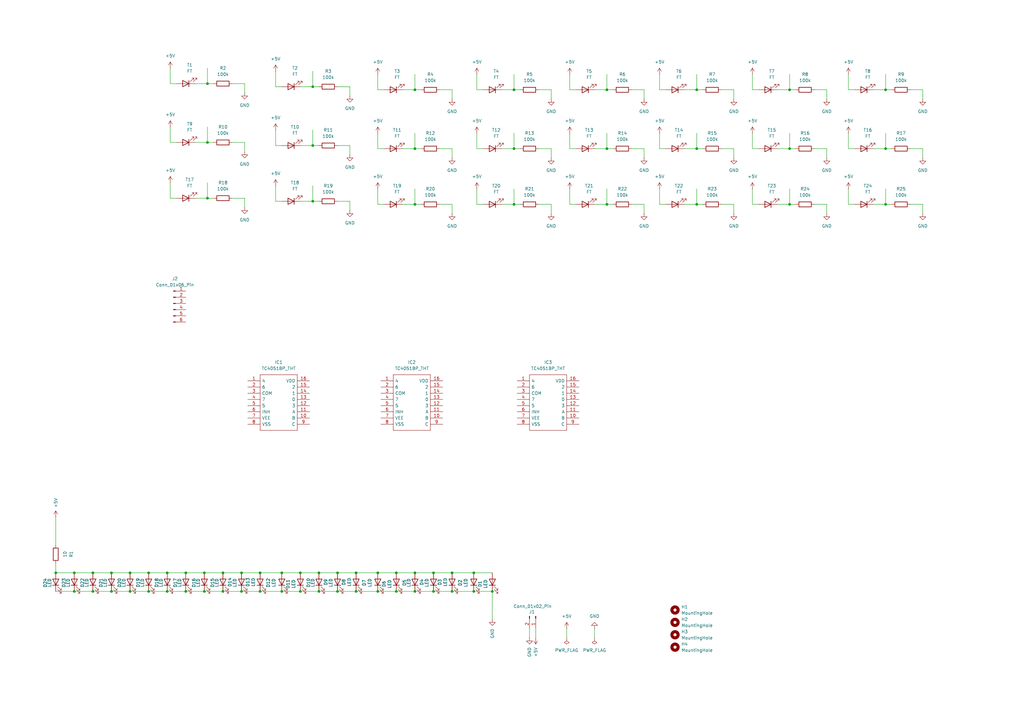
<source format=kicad_sch>
(kicad_sch (version 20231120) (generator "eeschema") (generator_version "8.0")
  (paper "A3")
  (title_block (title "LINESENSOR") (company "VEGA") (comment 2 "わからんとこ多い") (comment 3 "RCJJ") (comment 4 "RITSUMEIKAN"))
  (junction (at 99.06 234.95))
  (junction (at 68.58 234.95))
  (junction (at 30.48 242.57))
  (junction (at 248.92 60.96))
  (junction (at 185.42 234.95))
  (junction (at 210.82 36.83))
  (junction (at 170.18 242.57))
  (junction (at 194.31 242.57))
  (junction (at 162.56 234.95))
  (junction (at 210.82 83.82))
  (junction (at 91.44 234.95))
  (junction (at 38.1 242.57))
  (junction (at 154.94 234.95))
  (junction (at 106.68 234.95))
  (junction (at 85.09 58.42))
  (junction (at 22.86 234.95))
  (junction (at 123.19 242.57))
  (junction (at 194.31 234.95))
  (junction (at 123.19 234.95))
  (junction (at 30.48 234.95))
  (junction (at 201.93 242.57))
  (junction (at 83.82 234.95))
  (junction (at 76.2 242.57))
  (junction (at 146.05 234.95))
  (junction (at 115.57 242.57))
  (junction (at 323.85 36.83))
  (junction (at 154.94 242.57))
  (junction (at 248.92 83.82))
  (junction (at 45.72 234.95))
  (junction (at 99.06 242.57))
  (junction (at 85.09 81.28))
  (junction (at 106.68 242.57))
  (junction (at 170.18 83.82))
  (junction (at 60.96 242.57))
  (junction (at 363.22 83.82))
  (junction (at 85.09 34.29))
  (junction (at 76.2 234.95))
  (junction (at 177.8 242.57))
  (junction (at 162.56 242.57))
  (junction (at 170.18 36.83))
  (junction (at 285.75 60.96))
  (junction (at 91.44 242.57))
  (junction (at 170.18 60.96))
  (junction (at 60.96 234.95))
  (junction (at 323.85 83.82))
  (junction (at 185.42 242.57))
  (junction (at 45.72 242.57))
  (junction (at 210.82 60.96))
  (junction (at 128.27 59.69))
  (junction (at 38.1 234.95))
  (junction (at 363.22 60.96))
  (junction (at 53.34 234.95))
  (junction (at 248.92 36.83))
  (junction (at 146.05 242.57))
  (junction (at 138.43 242.57))
  (junction (at 285.75 83.82))
  (junction (at 363.22 36.83))
  (junction (at 128.27 82.55))
  (junction (at 68.58 242.57))
  (junction (at 53.34 242.57))
  (junction (at 177.8 234.95))
  (junction (at 285.75 36.83))
  (junction (at 115.57 234.95))
  (junction (at 138.43 234.95))
  (junction (at 130.81 234.95))
  (junction (at 323.85 60.96))
  (junction (at 83.82 242.57))
  (junction (at 170.18 234.95))
  (junction (at 128.27 35.56))
  (junction (at 130.81 242.57))
  (wire (pts (xy 347.98 83.82) (xy 350.52 83.82)))
  (wire (pts (xy 99.06 242.57) (xy 106.68 242.57)))
  (wire (pts (xy 128.27 35.56) (xy 130.81 35.56)))
  (wire (pts (xy 243.84 36.83) (xy 248.92 36.83)))
  (wire (pts (xy 138.43 35.56) (xy 143.51 35.56)))
  (wire (pts (xy 185.42 242.57) (xy 194.31 242.57)))
  (wire (pts (xy 259.08 60.96) (xy 264.16 60.96)))
  (wire (pts (xy 318.77 60.96) (xy 323.85 60.96)))
  (wire (pts (xy 99.06 234.95) (xy 106.68 234.95)))
  (wire (pts (xy 334.01 83.82) (xy 339.09 83.82)))
  (wire (pts (xy 106.68 242.57) (xy 115.57 242.57)))
  (wire (pts (xy 180.34 60.96) (xy 185.42 60.96)))
  (wire (pts (xy 248.92 54.61) (xy 248.92 60.96)))
  (wire (pts (xy 95.25 81.28) (xy 100.33 81.28)))
  (wire (pts (xy 334.01 36.83) (xy 339.09 36.83)))
  (wire (pts (xy 128.27 53.34) (xy 128.27 59.69)))
  (wire (pts (xy 210.82 30.48) (xy 210.82 36.83)))
  (wire (pts (xy 154.94 30.48) (xy 154.94 36.83)))
  (wire (pts (xy 85.09 52.07) (xy 85.09 58.42)))
  (wire (pts (xy 219.71 257.81) (xy 219.71 261.62)))
  (wire (pts (xy 68.58 234.95) (xy 76.2 234.95)))
  (wire (pts (xy 358.14 36.83) (xy 363.22 36.83)))
  (wire (pts (xy 170.18 30.48) (xy 170.18 36.83)))
  (wire (pts (xy 123.19 59.69) (xy 128.27 59.69)))
  (wire (pts (xy 22.86 242.57) (xy 30.48 242.57)))
  (wire (pts (xy 270.51 60.96) (xy 273.05 60.96)))
  (wire (pts (xy 91.44 242.57) (xy 99.06 242.57)))
  (wire (pts (xy 165.1 83.82) (xy 170.18 83.82)))
  (wire (pts (xy 185.42 83.82) (xy 185.42 87.63)))
  (wire (pts (xy 323.85 54.61) (xy 323.85 60.96)))
  (wire (pts (xy 232.41 257.81) (xy 232.41 261.62)))
  (wire (pts (xy 378.46 36.83) (xy 378.46 40.64)))
  (wire (pts (xy 264.16 36.83) (xy 264.16 40.64)))
  (wire (pts (xy 233.68 54.61) (xy 233.68 60.96)))
  (wire (pts (xy 113.03 35.56) (xy 115.57 35.56)))
  (wire (pts (xy 233.68 60.96) (xy 236.22 60.96)))
  (wire (pts (xy 53.34 242.57) (xy 60.96 242.57)))
  (wire (pts (xy 363.22 54.61) (xy 363.22 60.96)))
  (wire (pts (xy 300.99 36.83) (xy 300.99 40.64)))
  (wire (pts (xy 68.58 242.57) (xy 76.2 242.57)))
  (wire (pts (xy 195.58 77.47) (xy 195.58 83.82)))
  (wire (pts (xy 201.93 254) (xy 201.93 242.57)))
  (wire (pts (xy 185.42 36.83) (xy 185.42 40.64)))
  (wire (pts (xy 270.51 77.47) (xy 270.51 83.82)))
  (wire (pts (xy 210.82 83.82) (xy 213.36 83.82)))
  (wire (pts (xy 138.43 242.57) (xy 130.81 242.57)))
  (wire (pts (xy 85.09 74.93) (xy 85.09 81.28)))
  (wire (pts (xy 295.91 83.82) (xy 300.99 83.82)))
  (wire (pts (xy 154.94 54.61) (xy 154.94 60.96)))
  (wire (pts (xy 334.01 60.96) (xy 339.09 60.96)))
  (wire (pts (xy 22.86 234.95) (xy 30.48 234.95)))
  (wire (pts (xy 300.99 60.96) (xy 300.99 64.77)))
  (wire (pts (xy 30.48 242.57) (xy 38.1 242.57)))
  (wire (pts (xy 154.94 77.47) (xy 154.94 83.82)))
  (wire (pts (xy 280.67 36.83) (xy 285.75 36.83)))
  (wire (pts (xy 205.74 36.83) (xy 210.82 36.83)))
  (wire (pts (xy 154.94 36.83) (xy 157.48 36.83)))
  (wire (pts (xy 285.75 54.61) (xy 285.75 60.96)))
  (wire (pts (xy 76.2 242.57) (xy 83.82 242.57)))
  (wire (pts (xy 123.19 82.55) (xy 128.27 82.55)))
  (wire (pts (xy 233.68 83.82) (xy 236.22 83.82)))
  (wire (pts (xy 95.25 58.42) (xy 100.33 58.42)))
  (wire (pts (xy 177.8 234.95) (xy 185.42 234.95)))
  (wire (pts (xy 180.34 83.82) (xy 185.42 83.82)))
  (wire (pts (xy 85.09 81.28) (xy 87.63 81.28)))
  (wire (pts (xy 123.19 35.56) (xy 128.27 35.56)))
  (wire (pts (xy 220.98 60.96) (xy 226.06 60.96)))
  (wire (pts (xy 143.51 35.56) (xy 143.51 39.37)))
  (wire (pts (xy 373.38 60.96) (xy 378.46 60.96)))
  (wire (pts (xy 115.57 242.57) (xy 123.19 242.57)))
  (wire (pts (xy 347.98 30.48) (xy 347.98 36.83)))
  (wire (pts (xy 347.98 77.47) (xy 347.98 83.82)))
  (wire (pts (xy 60.96 234.95) (xy 68.58 234.95)))
  (wire (pts (xy 378.46 60.96) (xy 378.46 64.77)))
  (wire (pts (xy 194.31 234.95) (xy 201.93 234.95)))
  (wire (pts (xy 280.67 60.96) (xy 285.75 60.96)))
  (wire (pts (xy 285.75 60.96) (xy 288.29 60.96)))
  (wire (pts (xy 165.1 60.96) (xy 170.18 60.96)))
  (wire (pts (xy 143.51 59.69) (xy 143.51 63.5)))
  (wire (pts (xy 53.34 234.95) (xy 60.96 234.95)))
  (wire (pts (xy 69.85 74.93) (xy 69.85 81.28)))
  (wire (pts (xy 347.98 36.83) (xy 350.52 36.83)))
  (wire (pts (xy 95.25 34.29) (xy 100.33 34.29)))
  (wire (pts (xy 248.92 36.83) (xy 251.46 36.83)))
  (wire (pts (xy 308.61 60.96) (xy 311.15 60.96)))
  (wire (pts (xy 270.51 54.61) (xy 270.51 60.96)))
  (wire (pts (xy 30.48 234.95) (xy 38.1 234.95)))
  (wire (pts (xy 248.92 60.96) (xy 251.46 60.96)))
  (wire (pts (xy 80.01 81.28) (xy 85.09 81.28)))
  (wire (pts (xy 195.58 60.96) (xy 198.12 60.96)))
  (wire (pts (xy 264.16 83.82) (xy 264.16 87.63)))
  (wire (pts (xy 358.14 60.96) (xy 363.22 60.96)))
  (wire (pts (xy 210.82 60.96) (xy 213.36 60.96)))
  (wire (pts (xy 318.77 36.83) (xy 323.85 36.83)))
  (wire (pts (xy 363.22 36.83) (xy 365.76 36.83)))
  (wire (pts (xy 195.58 30.48) (xy 195.58 36.83)))
  (wire (pts (xy 358.14 83.82) (xy 363.22 83.82)))
  (wire (pts (xy 363.22 60.96) (xy 365.76 60.96)))
  (wire (pts (xy 154.94 234.95) (xy 162.56 234.95)))
  (wire (pts (xy 280.67 83.82) (xy 285.75 83.82)))
  (wire (pts (xy 300.99 83.82) (xy 300.99 87.63)))
  (wire (pts (xy 226.06 36.83) (xy 226.06 40.64)))
  (wire (pts (xy 80.01 58.42) (xy 85.09 58.42)))
  (wire (pts (xy 233.68 30.48) (xy 233.68 36.83)))
  (wire (pts (xy 170.18 77.47) (xy 170.18 83.82)))
  (wire (pts (xy 259.08 36.83) (xy 264.16 36.83)))
  (wire (pts (xy 113.03 82.55) (xy 115.57 82.55)))
  (wire (pts (xy 83.82 242.57) (xy 91.44 242.57)))
  (wire (pts (xy 323.85 77.47) (xy 323.85 83.82)))
  (wire (pts (xy 138.43 234.95) (xy 146.05 234.95)))
  (wire (pts (xy 170.18 242.57) (xy 162.56 242.57)))
  (wire (pts (xy 195.58 83.82) (xy 198.12 83.82)))
  (wire (pts (xy 69.85 27.94) (xy 69.85 34.29)))
  (wire (pts (xy 243.84 257.81) (xy 243.84 261.62)))
  (wire (pts (xy 226.06 83.82) (xy 226.06 87.63)))
  (wire (pts (xy 363.22 83.82) (xy 365.76 83.82)))
  (wire (pts (xy 113.03 76.2) (xy 113.03 82.55)))
  (wire (pts (xy 170.18 54.61) (xy 170.18 60.96)))
  (wire (pts (xy 170.18 234.95) (xy 177.8 234.95)))
  (wire (pts (xy 106.68 234.95) (xy 115.57 234.95)))
  (wire (pts (xy 339.09 36.83) (xy 339.09 40.64)))
  (wire (pts (xy 146.05 242.57) (xy 138.43 242.57)))
  (wire (pts (xy 195.58 54.61) (xy 195.58 60.96)))
  (wire (pts (xy 233.68 36.83) (xy 236.22 36.83)))
  (wire (pts (xy 323.85 36.83) (xy 326.39 36.83)))
  (wire (pts (xy 308.61 54.61) (xy 308.61 60.96)))
  (wire (pts (xy 378.46 83.82) (xy 378.46 87.63)))
  (wire (pts (xy 113.03 29.21) (xy 113.03 35.56)))
  (wire (pts (xy 185.42 234.95) (xy 194.31 234.95)))
  (wire (pts (xy 128.27 76.2) (xy 128.27 82.55)))
  (wire (pts (xy 323.85 83.82) (xy 326.39 83.82)))
  (wire (pts (xy 323.85 60.96) (xy 326.39 60.96)))
  (wire (pts (xy 308.61 83.82) (xy 311.15 83.82)))
  (wire (pts (xy 308.61 36.83) (xy 311.15 36.83)))
  (wire (pts (xy 177.8 242.57) (xy 170.18 242.57)))
  (wire (pts (xy 185.42 60.96) (xy 185.42 64.77)))
  (wire (pts (xy 130.81 234.95) (xy 138.43 234.95)))
  (wire (pts (xy 363.22 30.48) (xy 363.22 36.83)))
  (wire (pts (xy 210.82 36.83) (xy 213.36 36.83)))
  (wire (pts (xy 146.05 234.95) (xy 154.94 234.95)))
  (wire (pts (xy 113.03 59.69) (xy 115.57 59.69)))
  (wire (pts (xy 83.82 234.95) (xy 91.44 234.95)))
  (wire (pts (xy 38.1 242.57) (xy 45.72 242.57)))
  (wire (pts (xy 170.18 60.96) (xy 172.72 60.96)))
  (wire (pts (xy 339.09 60.96) (xy 339.09 64.77)))
  (wire (pts (xy 308.61 30.48) (xy 308.61 36.83)))
  (wire (pts (xy 220.98 36.83) (xy 226.06 36.83)))
  (wire (pts (xy 170.18 83.82) (xy 172.72 83.82)))
  (wire (pts (xy 128.27 29.21) (xy 128.27 35.56)))
  (wire (pts (xy 123.19 234.95) (xy 130.81 234.95)))
  (wire (pts (xy 69.85 52.07) (xy 69.85 58.42)))
  (wire (pts (xy 205.74 83.82) (xy 210.82 83.82)))
  (wire (pts (xy 270.51 83.82) (xy 273.05 83.82)))
  (wire (pts (xy 69.85 81.28) (xy 72.39 81.28)))
  (wire (pts (xy 243.84 60.96) (xy 248.92 60.96)))
  (wire (pts (xy 285.75 30.48) (xy 285.75 36.83)))
  (wire (pts (xy 205.74 60.96) (xy 210.82 60.96)))
  (wire (pts (xy 220.98 83.82) (xy 226.06 83.82)))
  (wire (pts (xy 85.09 34.29) (xy 87.63 34.29)))
  (wire (pts (xy 243.84 83.82) (xy 248.92 83.82)))
  (wire (pts (xy 128.27 82.55) (xy 130.81 82.55)))
  (wire (pts (xy 210.82 54.61) (xy 210.82 60.96)))
  (wire (pts (xy 347.98 60.96) (xy 350.52 60.96)))
  (wire (pts (xy 308.61 77.47) (xy 308.61 83.82)))
  (wire (pts (xy 115.57 234.95) (xy 123.19 234.95)))
  (wire (pts (xy 295.91 36.83) (xy 300.99 36.83)))
  (wire (pts (xy 154.94 242.57) (xy 162.56 242.57)))
  (wire (pts (xy 339.09 83.82) (xy 339.09 87.63)))
  (wire (pts (xy 226.06 60.96) (xy 226.06 64.77)))
  (wire (pts (xy 270.51 36.83) (xy 273.05 36.83)))
  (wire (pts (xy 210.82 77.47) (xy 210.82 83.82)))
  (wire (pts (xy 76.2 234.95) (xy 83.82 234.95)))
  (wire (pts (xy 128.27 59.69) (xy 130.81 59.69)))
  (wire (pts (xy 373.38 36.83) (xy 378.46 36.83)))
  (wire (pts (xy 195.58 36.83) (xy 198.12 36.83)))
  (wire (pts (xy 69.85 34.29) (xy 72.39 34.29)))
  (wire (pts (xy 165.1 36.83) (xy 170.18 36.83)))
  (wire (pts (xy 185.42 242.57) (xy 177.8 242.57)))
  (wire (pts (xy 347.98 54.61) (xy 347.98 60.96)))
  (wire (pts (xy 143.51 82.55) (xy 143.51 86.36)))
  (wire (pts (xy 85.09 58.42) (xy 87.63 58.42)))
  (wire (pts (xy 38.1 234.95) (xy 45.72 234.95)))
  (wire (pts (xy 180.34 36.83) (xy 185.42 36.83)))
  (wire (pts (xy 100.33 34.29) (xy 100.33 38.1)))
  (wire (pts (xy 80.01 34.29) (xy 85.09 34.29)))
  (wire (pts (xy 373.38 83.82) (xy 378.46 83.82)))
  (wire (pts (xy 318.77 83.82) (xy 323.85 83.82)))
  (wire (pts (xy 285.75 83.82) (xy 288.29 83.82)))
  (wire (pts (xy 22.86 212.09) (xy 22.86 223.52)))
  (wire (pts (xy 248.92 77.47) (xy 248.92 83.82)))
  (wire (pts (xy 154.94 242.57) (xy 146.05 242.57)))
  (wire (pts (xy 100.33 58.42) (xy 100.33 62.23)))
  (wire (pts (xy 22.86 231.14) (xy 22.86 234.95)))
  (wire (pts (xy 154.94 60.96) (xy 157.48 60.96)))
  (wire (pts (xy 248.92 30.48) (xy 248.92 36.83)))
  (wire (pts (xy 162.56 234.95) (xy 170.18 234.95)))
  (wire (pts (xy 170.18 36.83) (xy 172.72 36.83)))
  (wire (pts (xy 363.22 77.47) (xy 363.22 83.82)))
  (wire (pts (xy 138.43 59.69) (xy 143.51 59.69)))
  (wire (pts (xy 264.16 60.96) (xy 264.16 64.77)))
  (wire (pts (xy 60.96 242.57) (xy 68.58 242.57)))
  (wire (pts (xy 194.31 242.57) (xy 201.93 242.57)))
  (wire (pts (xy 233.68 77.47) (xy 233.68 83.82)))
  (wire (pts (xy 270.51 30.48) (xy 270.51 36.83)))
  (wire (pts (xy 113.03 53.34) (xy 113.03 59.69)))
  (wire (pts (xy 217.17 257.81) (xy 217.17 261.62)))
  (wire (pts (xy 138.43 82.55) (xy 143.51 82.55)))
  (wire (pts (xy 45.72 242.57) (xy 53.34 242.57)))
  (wire (pts (xy 248.92 83.82) (xy 251.46 83.82)))
  (wire (pts (xy 91.44 234.95) (xy 99.06 234.95)))
  (wire (pts (xy 285.75 77.47) (xy 285.75 83.82)))
  (wire (pts (xy 259.08 83.82) (xy 264.16 83.82)))
  (wire (pts (xy 295.91 60.96) (xy 300.99 60.96)))
  (wire (pts (xy 69.85 58.42) (xy 72.39 58.42)))
  (wire (pts (xy 123.19 242.57) (xy 130.81 242.57)))
  (wire (pts (xy 154.94 83.82) (xy 157.48 83.82)))
  (wire (pts (xy 45.72 234.95) (xy 53.34 234.95)))
  (wire (pts (xy 100.33 81.28) (xy 100.33 85.09)))
  (wire (pts (xy 323.85 30.48) (xy 323.85 36.83)))
  (wire (pts (xy 285.75 36.83) (xy 288.29 36.83)))
  (wire (pts (xy 85.09 27.94) (xy 85.09 34.29)))
  (symbol (lib_id "Device:LED") (at 123.19 238.76 90) (unit 1)
    (property "Reference" "D11" (at 118.11 239.522 0))
    (property "Value" "LED" (at 120.396 239.522 0))
    (property "Footprint" "LED_THT:LED_D5.0mm" (effects (hide yes)))
    (property "Description" "Light emitting diode" (effects (hide yes)))
  )
  (symbol (lib_id "power:+5V") (at 154.94 54.61 0) (unit 1)
    (property "Reference" "#PWR027" (effects (hide yes)))
    (property "Value" "+5V" (at 154.94 49.53 0))
    (property "Description" "Power symbol creates a global label with name \"+5V\"" (effects (hide yes)))
  )
  (symbol (lib_id "power:PWR_FLAG") (at 243.84 261.62 180) (unit 1)
    (property "Reference" "#FLG02" (effects (hide yes)))
    (property "Value" "PWR_FLAG" (at 243.84 266.7 0))
    (property "Description" "Special symbol for telling ERC where power comes from" (effects (hide yes)))
  )
  (symbol (lib_id "Device:LED") (at 354.33 83.82 180) (unit 1)
    (property "Reference" "T24" (at 355.9175 76.2 0))
    (property "Value" "FT" (at 355.9175 78.74 0))
    (property "Footprint" "LED_THT:LED_D5.0mm" (effects (hide yes)))
    (property "Description" "Light emitting diode" (effects (hide yes)))
  )
  (symbol (lib_id "power:+5V") (at 113.03 29.21 0) (unit 1)
    (property "Reference" "#PWR09" (effects (hide yes)))
    (property "Value" "+5V" (at 113.03 24.13 0))
    (property "Description" "Power symbol creates a global label with name \"+5V\"" (effects (hide yes)))
  )
  (symbol (lib_id "Device:LED") (at 115.57 238.76 90) (unit 1)
    (property "Reference" "D12" (at 109.982 239.014 0))
    (property "Value" "LED" (at 112.268 239.014 0))
    (property "Footprint" "LED_THT:LED_D5.0mm" (effects (hide yes)))
    (property "Description" "Light emitting diode" (effects (hide yes)))
  )
  (symbol (lib_id "power:+5V") (at 308.61 30.48 0) (unit 1)
    (property "Reference" "#PWR019" (effects (hide yes)))
    (property "Value" "+5V" (at 308.61 25.4 0))
    (property "Description" "Power symbol creates a global label with name \"+5V\"" (effects (hide yes)))
  )
  (symbol (lib_id "Connector:Conn_01x02_Pin") (at 219.71 252.73 270) (unit 1)
    (property "Reference" "J1" (at 218.186 250.952 90))
    (property "Value" "Conn_01x02_Pin" (at 218.44 248.666 90))
    (property "Footprint" "Connector_JST:JST_XH_B2B-XH-A_1x02_P2.50mm_Vertical" (effects (hide yes)))
    (property "Description" "Generic connector, single row, 01x02, script generated" (effects (hide yes)))
  )
  (symbol (lib_id "Device:LED") (at 240.03 83.82 180) (unit 1)
    (property "Reference" "T21" (at 241.6175 76.2 0))
    (property "Value" "FT" (at 241.6175 78.74 0))
    (property "Footprint" "LED_THT:LED_D5.0mm" (effects (hide yes)))
    (property "Description" "Light emitting diode" (effects (hide yes)))
  )
  (symbol (lib_id "power:+5V") (at 308.61 54.61 0) (unit 1)
    (property "Reference" "#PWR035" (effects (hide yes)))
    (property "Value" "+5V" (at 308.61 49.53 0))
    (property "Description" "Power symbol creates a global label with name \"+5V\"" (effects (hide yes)))
  )
  (symbol (lib_id "Device:LED") (at 106.68 238.76 90) (unit 1)
    (property "Reference" "D13" (at 101.6 238.76 0))
    (property "Value" "LED" (at 103.886 238.76 0))
    (property "Footprint" "LED_THT:LED_D5.0mm" (effects (hide yes)))
    (property "Description" "Light emitting diode" (effects (hide yes)))
  )
  (symbol (lib_id "Device:LED") (at 161.29 83.82 180) (unit 1)
    (property "Reference" "T19" (at 162.8775 76.2 0))
    (property "Value" "FT" (at 162.8775 78.74 0))
    (property "Footprint" "LED_THT:LED_D5.0mm" (effects (hide yes)))
    (property "Description" "Light emitting diode" (effects (hide yes)))
  )
  (symbol (lib_id "power:GND") (at 300.99 87.63 0) (unit 1)
    (property "Reference" "#PWR050" (effects (hide yes)))
    (property "Value" "GND" (at 300.99 92.71 0))
    (property "Description" "Power symbol creates a global label with name \"GND\" , ground" (effects (hide yes)))
  )
  (symbol (lib_id "Device:LED") (at 185.42 238.76 90) (unit 1)
    (property "Reference" "D3" (at 180.34 238.76 0))
    (property "Value" "LED" (at 182.626 238.76 0))
    (property "Footprint" "LED_THT:LED_D5.0mm" (effects (hide yes)))
    (property "Description" "Light emitting diode" (effects (hide yes)))
  )
  (symbol (lib_id "power:GND") (at 217.17 261.62 0) (unit 1)
    (property "Reference" "#PWR03" (effects (hide yes)))
    (property "Value" "GND" (at 217.1701 265.43 90) (effects (justify right)))
    (property "Description" "Power symbol creates a global label with name \"GND\" , ground" (effects (hide yes)))
  )
  (symbol (lib_id "Mechanical:MountingHole") (at 276.86 250.19 0) (unit 1) (exclude_from_sim yes) (in_bom no)
    (property "Reference" "H1" (at 279.4 248.9199 0) (effects (justify left)))
    (property "Value" "MountingHole" (at 279.4 251.4599 0) (effects (justify left)))
    (property "Footprint" "MountingHole:MountingHole_3.2mm_M3" (effects (hide yes)))
    (property "Description" "Mounting Hole without connection" (effects (hide yes)))
  )
  (symbol (lib_id "power:GND") (at 264.16 40.64 0) (unit 1)
    (property "Reference" "#PWR016" (effects (hide yes)))
    (property "Value" "GND" (at 264.16 45.72 0))
    (property "Description" "Power symbol creates a global label with name \"GND\" , ground" (effects (hide yes)))
  )
  (symbol (lib_id "Device:LED") (at 138.43 238.76 90) (unit 1)
    (property "Reference" "D9" (at 133.604 238.76 0))
    (property "Value" "LED" (at 135.636 239.014 0))
    (property "Footprint" "LED_THT:LED_D5.0mm" (effects (hide yes)))
    (property "Description" "Light emitting diode" (effects (hide yes)))
  )
  (symbol (lib_id "Device:LED") (at 76.2 238.76 90) (unit 1)
    (property "Reference" "D17" (at 71.882 239.014 0))
    (property "Value" "LED" (at 73.66 239.014 0))
    (property "Footprint" "LED_THT:LED_D5.0mm" (effects (hide yes)))
    (property "Description" "Light emitting diode" (effects (hide yes)))
  )
  (symbol (lib_id "Device:LED") (at 30.48 238.76 90) (unit 1)
    (property "Reference" "D23" (at 26.162 239.014 0))
    (property "Value" "LED" (at 27.94 239.014 0))
    (property "Footprint" "LED_THT:LED_D5.0mm" (effects (hide yes)))
    (property "Description" "Light emitting diode" (effects (hide yes)))
  )
  (symbol (lib_id "power:GND") (at 143.51 63.5 0) (unit 1)
    (property "Reference" "#PWR026" (effects (hide yes)))
    (property "Value" "GND" (at 143.51 68.58 0))
    (property "Description" "Power symbol creates a global label with name \"GND\" , ground" (effects (hide yes)))
  )
  (symbol (lib_id "Device:R") (at 134.62 35.56 90) (unit 1)
    (property "Reference" "R3" (at 134.62 29.21 90))
    (property "Value" "100k" (at 134.62 31.75 90))
    (property "Footprint" "Resistor_THT:R_Axial_DIN0207_L6.3mm_D2.5mm_P10.16mm_Horizontal" (effects (hide yes)))
    (property "Description" "Resistor" (effects (hide yes)))
  )
  (symbol (lib_id "power:+5V") (at 113.03 53.34 0) (unit 1)
    (property "Reference" "#PWR025" (effects (hide yes)))
    (property "Value" "+5V" (at 113.03 48.26 0))
    (property "Description" "Power symbol creates a global label with name \"+5V\"" (effects (hide yes)))
  )
  (symbol (lib_id "power:GND") (at 100.33 38.1 0) (unit 1)
    (property "Reference" "#PWR08" (effects (hide yes)))
    (property "Value" "GND" (at 100.33 43.18 0))
    (property "Description" "Power symbol creates a global label with name \"GND\" , ground" (effects (hide yes)))
  )
  (symbol (lib_id "Device:LED") (at 83.82 238.76 90) (unit 1)
    (property "Reference" "D16" (at 79.502 239.014 0))
    (property "Value" "LED" (at 81.28 239.014 0))
    (property "Footprint" "LED_THT:LED_D5.0mm" (effects (hide yes)))
    (property "Description" "Light emitting diode" (effects (hide yes)))
  )
  (symbol (lib_id "Device:LED") (at 354.33 36.83 180) (unit 1)
    (property "Reference" "T8" (at 355.9175 29.21 0))
    (property "Value" "FT" (at 355.9175 31.75 0))
    (property "Footprint" "LED_THT:LED_D5.0mm" (effects (hide yes)))
    (property "Description" "Light emitting diode" (effects (hide yes)))
  )
  (symbol (lib_id "Device:R") (at 91.44 58.42 90) (unit 1)
    (property "Reference" "R10" (at 91.44 52.07 90))
    (property "Value" "100k" (at 91.44 54.61 90))
    (property "Footprint" "Resistor_THT:R_Axial_DIN0207_L6.3mm_D2.5mm_P10.16mm_Horizontal" (effects (hide yes)))
    (property "Description" "Resistor" (effects (hide yes)))
  )
  (symbol (lib_id "power:+5V") (at 270.51 54.61 0) (unit 1)
    (property "Reference" "#PWR033" (effects (hide yes)))
    (property "Value" "+5V" (at 270.51 49.53 0))
    (property "Description" "Power symbol creates a global label with name \"+5V\"" (effects (hide yes)))
  )
  (symbol (lib_id "Device:R") (at 134.62 82.55 90) (unit 1)
    (property "Reference" "R19" (at 134.62 76.2 90))
    (property "Value" "100k" (at 134.62 78.74 90))
    (property "Footprint" "Resistor_THT:R_Axial_DIN0207_L6.3mm_D2.5mm_P10.16mm_Horizontal" (effects (hide yes)))
    (property "Description" "Resistor" (effects (hide yes)))
  )
  (symbol (lib_id "Device:R") (at 91.44 81.28 90) (unit 1)
    (property "Reference" "R18" (at 91.44 74.93 90))
    (property "Value" "100k" (at 91.44 77.47 90))
    (property "Footprint" "Resistor_THT:R_Axial_DIN0207_L6.3mm_D2.5mm_P10.16mm_Horizontal" (effects (hide yes)))
    (property "Description" "Resistor" (effects (hide yes)))
  )
  (symbol (lib_id "power:+5V") (at 347.98 54.61 0) (unit 1)
    (property "Reference" "#PWR037" (effects (hide yes)))
    (property "Value" "+5V" (at 347.98 49.53 0))
    (property "Description" "Power symbol creates a global label with name \"+5V\"" (effects (hide yes)))
  )
  (symbol (lib_id "Device:R") (at 330.2 36.83 90) (unit 1)
    (property "Reference" "R8" (at 330.2 30.48 90))
    (property "Value" "100k" (at 330.2 33.02 90))
    (property "Footprint" "Resistor_THT:R_Axial_DIN0207_L6.3mm_D2.5mm_P10.16mm_Horizontal" (effects (hide yes)))
    (property "Description" "Resistor" (effects (hide yes)))
  )
  (symbol (lib_id "Device:R") (at 369.57 83.82 90) (unit 1)
    (property "Reference" "R25" (at 369.57 77.47 90))
    (property "Value" "100k" (at 369.57 80.01 90))
    (property "Footprint" "Resistor_THT:R_Axial_DIN0207_L6.3mm_D2.5mm_P10.16mm_Horizontal" (effects (hide yes)))
    (property "Description" "Resistor" (effects (hide yes)))
  )
  (symbol (lib_id "power:+5V") (at 195.58 30.48 0) (unit 1)
    (property "Reference" "#PWR013" (effects (hide yes)))
    (property "Value" "+5V" (at 195.58 25.4 0))
    (property "Description" "Power symbol creates a global label with name \"+5V\"" (effects (hide yes)))
  )
  (symbol (lib_id "Device:LED") (at 53.34 238.76 90) (unit 1)
    (property "Reference" "D20" (at 49.022 239.014 0))
    (property "Value" "LED" (at 50.8 239.014 0))
    (property "Footprint" "LED_THT:LED_D5.0mm" (effects (hide yes)))
    (property "Description" "Light emitting diode" (effects (hide yes)))
  )
  (symbol (lib_id "power:+5V") (at 308.61 77.47 0) (unit 1)
    (property "Reference" "#PWR051" (effects (hide yes)))
    (property "Value" "+5V" (at 308.61 72.39 0))
    (property "Description" "Power symbol creates a global label with name \"+5V\"" (effects (hide yes)))
  )
  (symbol (lib_id "Device:R") (at 292.1 83.82 90) (unit 1)
    (property "Reference" "R23" (at 292.1 77.47 90))
    (property "Value" "100k" (at 292.1 80.01 90))
    (property "Footprint" "Resistor_THT:R_Axial_DIN0207_L6.3mm_D2.5mm_P10.16mm_Horizontal" (effects (hide yes)))
    (property "Description" "Resistor" (effects (hide yes)))
  )
  (symbol (lib_id "power:GND") (at 378.46 40.64 0) (unit 1)
    (property "Reference" "#PWR022" (effects (hide yes)))
    (property "Value" "GND" (at 378.46 45.72 0))
    (property "Description" "Power symbol creates a global label with name \"GND\" , ground" (effects (hide yes)))
  )
  (symbol (lib_id "Device:R") (at 292.1 36.83 90) (unit 1)
    (property "Reference" "R7" (at 292.1 30.48 90))
    (property "Value" "100k" (at 292.1 33.02 90))
    (property "Footprint" "Resistor_THT:R_Axial_DIN0207_L6.3mm_D2.5mm_P10.16mm_Horizontal" (effects (hide yes)))
    (property "Description" "Resistor" (effects (hide yes)))
  )
  (symbol (lib_id "power:+5V") (at 270.51 77.47 0) (unit 1)
    (property "Reference" "#PWR049" (effects (hide yes)))
    (property "Value" "+5V" (at 270.51 72.39 0))
    (property "Description" "Power symbol creates a global label with name \"+5V\"" (effects (hide yes)))
  )
  (symbol (lib_id "Mechanical:MountingHole") (at 276.86 255.27 0) (unit 1) (exclude_from_sim yes) (in_bom no)
    (property "Reference" "H2" (at 279.4 253.9999 0) (effects (justify left)))
    (property "Value" "MountingHole" (at 279.4 256.5399 0) (effects (justify left)))
    (property "Footprint" "MountingHole:MountingHole_3.2mm_M3" (effects (hide yes)))
    (property "Description" "Mounting Hole without connection" (effects (hide yes)))
  )
  (symbol (lib_id "Device:LED") (at 91.44 238.76 90) (unit 1)
    (property "Reference" "D15" (at 87.122 239.014 0))
    (property "Value" "LED" (at 88.9 239.014 0))
    (property "Footprint" "LED_THT:LED_D5.0mm" (effects (hide yes)))
    (property "Description" "Light emitting diode" (effects (hide yes)))
  )
  (symbol (lib_id "Device:R") (at 217.17 83.82 90) (unit 1)
    (property "Reference" "R21" (at 217.17 77.47 90))
    (property "Value" "100k" (at 217.17 80.01 90))
    (property "Footprint" "Resistor_THT:R_Axial_DIN0207_L6.3mm_D2.5mm_P10.16mm_Horizontal" (effects (hide yes)))
    (property "Description" "Resistor" (effects (hide yes)))
  )
  (symbol (lib_id "power:+5V") (at 22.86 212.09 0) (unit 1)
    (property "Reference" "#PWR01" (effects (hide yes)))
    (property "Value" "+5V" (at 22.8599 208.28 90) (effects (justify left)))
    (property "Description" "Power symbol creates a global label with name \"+5V\"" (effects (hide yes)))
  )
  (symbol (lib_id "Device:R") (at 255.27 36.83 90) (unit 1)
    (property "Reference" "R6" (at 255.27 30.48 90))
    (property "Value" "100k" (at 255.27 33.02 90))
    (property "Footprint" "Resistor_THT:R_Axial_DIN0207_L6.3mm_D2.5mm_P10.16mm_Horizontal" (effects (hide yes)))
    (property "Description" "Resistor" (effects (hide yes)))
  )
  (symbol (lib_id "Device:LED") (at 314.96 83.82 180) (unit 1)
    (property "Reference" "T23" (at 316.5475 76.2 0))
    (property "Value" "FT" (at 316.5475 78.74 0))
    (property "Footprint" "LED_THT:LED_D5.0mm" (effects (hide yes)))
    (property "Description" "Light emitting diode" (effects (hide yes)))
  )
  (symbol (lib_id "power:GND") (at 300.99 40.64 0) (unit 1)
    (property "Reference" "#PWR018" (effects (hide yes)))
    (property "Value" "GND" (at 300.99 45.72 0))
    (property "Description" "Power symbol creates a global label with name \"GND\" , ground" (effects (hide yes)))
  )
  (symbol (lib_id "Device:LED") (at 76.2 34.29 180) (unit 1)
    (property "Reference" "T1" (at 77.7875 26.67 0))
    (property "Value" "FT" (at 77.7875 29.21 0))
    (property "Footprint" "LED_THT:LED_D5.0mm" (effects (hide yes)))
    (property "Description" "Light emitting diode" (effects (hide yes)))
  )
  (symbol (lib_id "LINESENSOR:TC4051BP_THT") (at 212.09 156.21 0) (unit 1)
    (property "Reference" "IC3" (at 224.79 148.59 0))
    (property "Value" "TC4051BP_THT" (at 224.79 151.13 0))
    (property "Footprint" "LINESENSOR:TC4051BP_THT" (effects (hide yes)))
    (property "Datasheet" "http://toshiba.semicon-storage.com/info/docget.jsp?did=18603&prodName=TC4051BP" (effects (hide yes)))
    (property "Description" "Toshiba TC4051BP(N,F), Multiplexer/Demultiplexer Single 8:1, 12 V, 15 V, 5 V, 9 V, 16-Pin PDIP" (effects (hide yes)))
    (property "Description_1" "Toshiba TC4051BP(N,F), Multiplexer/Demultiplexer Single 8:1, 12 V, 15 V, 5 V, 9 V, 16-Pin PDIP" (effects (hide yes)))
    (property "Height" "4.45" (effects (hide yes)))
    (property "Manufacturer_Name" "Toshiba" (effects (hide yes)))
    (property "Manufacturer_Part_Number" "TC4051BP(N,F)" (effects (hide yes)))
  )
  (symbol (lib_id "Device:LED") (at 201.93 83.82 180) (unit 1)
    (property "Reference" "T20" (at 203.5175 76.2 0))
    (property "Value" "FT" (at 203.5175 78.74 0))
    (property "Footprint" "LED_THT:LED_D5.0mm" (effects (hide yes)))
    (property "Description" "Light emitting diode" (effects (hide yes)))
  )
  (symbol (lib_id "power:GND") (at 143.51 39.37 0) (unit 1)
    (property "Reference" "#PWR010" (effects (hide yes)))
    (property "Value" "GND" (at 143.51 44.45 0))
    (property "Description" "Power symbol creates a global label with name \"GND\" , ground" (effects (hide yes)))
  )
  (symbol (lib_id "Device:LED") (at 314.96 36.83 180) (unit 1)
    (property "Reference" "T7" (at 316.5475 29.21 0))
    (property "Value" "FT" (at 316.5475 31.75 0))
    (property "Footprint" "LED_THT:LED_D5.0mm" (effects (hide yes)))
    (property "Description" "Light emitting diode" (effects (hide yes)))
  )
  (symbol (lib_id "power:+5V") (at 69.85 52.07 0) (unit 1)
    (property "Reference" "#PWR014" (effects (hide yes)))
    (property "Value" "+5V" (at 69.85 46.99 0))
    (property "Description" "Power symbol creates a global label with name \"+5V\"" (effects (hide yes)))
  )
  (symbol (lib_id "power:+5V") (at 347.98 77.47 0) (unit 1)
    (property "Reference" "#PWR053" (effects (hide yes)))
    (property "Value" "+5V" (at 347.98 72.39 0))
    (property "Description" "Power symbol creates a global label with name \"+5V\"" (effects (hide yes)))
  )
  (symbol (lib_id "Device:LED") (at 170.18 238.76 90) (unit 1)
    (property "Reference" "D5" (at 165.862 239.014 0))
    (property "Value" "LED" (at 167.64 239.014 0))
    (property "Footprint" "LED_THT:LED_D5.0mm" (effects (hide yes)))
    (property "Description" "Light emitting diode" (effects (hide yes)))
  )
  (symbol (lib_id "Device:LED") (at 354.33 60.96 180) (unit 1)
    (property "Reference" "T16" (at 355.9175 53.34 0))
    (property "Value" "FT" (at 355.9175 55.88 0))
    (property "Footprint" "LED_THT:LED_D5.0mm" (effects (hide yes)))
    (property "Description" "Light emitting diode" (effects (hide yes)))
  )
  (symbol (lib_id "power:GND") (at 339.09 40.64 0) (unit 1)
    (property "Reference" "#PWR020" (effects (hide yes)))
    (property "Value" "GND" (at 339.09 45.72 0))
    (property "Description" "Power symbol creates a global label with name \"GND\" , ground" (effects (hide yes)))
  )
  (symbol (lib_id "power:GND") (at 185.42 40.64 0) (unit 1)
    (property "Reference" "#PWR012" (effects (hide yes)))
    (property "Value" "GND" (at 185.42 45.72 0))
    (property "Description" "Power symbol creates a global label with name \"GND\" , ground" (effects (hide yes)))
  )
  (symbol (lib_id "power:GND") (at 339.09 87.63 0) (unit 1)
    (property "Reference" "#PWR052" (effects (hide yes)))
    (property "Value" "GND" (at 339.09 92.71 0))
    (property "Description" "Power symbol creates a global label with name \"GND\" , ground" (effects (hide yes)))
  )
  (symbol (lib_id "Device:LED") (at 76.2 58.42 180) (unit 1)
    (property "Reference" "T9" (at 77.7875 50.8 0))
    (property "Value" "FT" (at 77.7875 53.34 0))
    (property "Footprint" "LED_THT:LED_D5.0mm" (effects (hide yes)))
    (property "Description" "Light emitting diode" (effects (hide yes)))
  )
  (symbol (lib_id "power:+5V") (at 195.58 54.61 0) (unit 1)
    (property "Reference" "#PWR029" (effects (hide yes)))
    (property "Value" "+5V" (at 195.58 49.53 0))
    (property "Description" "Power symbol creates a global label with name \"+5V\"" (effects (hide yes)))
  )
  (symbol (lib_id "power:GND") (at 264.16 87.63 0) (unit 1)
    (property "Reference" "#PWR048" (effects (hide yes)))
    (property "Value" "GND" (at 264.16 92.71 0))
    (property "Description" "Power symbol creates a global label with name \"GND\" , ground" (effects (hide yes)))
  )
  (symbol (lib_id "Device:R") (at 217.17 36.83 90) (unit 1)
    (property "Reference" "R5" (at 217.17 30.48 90))
    (property "Value" "100k" (at 217.17 33.02 90))
    (property "Footprint" "Resistor_THT:R_Axial_DIN0207_L6.3mm_D2.5mm_P10.16mm_Horizontal" (effects (hide yes)))
    (property "Description" "Resistor" (effects (hide yes)))
  )
  (symbol (lib_id "Device:R") (at 330.2 83.82 90) (unit 1)
    (property "Reference" "R24" (at 330.2 77.47 90))
    (property "Value" "100k" (at 330.2 80.01 90))
    (property "Footprint" "Resistor_THT:R_Axial_DIN0207_L6.3mm_D2.5mm_P10.16mm_Horizontal" (effects (hide yes)))
    (property "Description" "Resistor" (effects (hide yes)))
  )
  (symbol (lib_id "Device:LED") (at 240.03 36.83 180) (unit 1)
    (property "Reference" "T5" (at 241.6175 29.21 0))
    (property "Value" "FT" (at 241.6175 31.75 0))
    (property "Footprint" "LED_THT:LED_D5.0mm" (effects (hide yes)))
    (property "Description" "Light emitting diode" (effects (hide yes)))
  )
  (symbol (lib_id "Device:R") (at 176.53 83.82 90) (unit 1)
    (property "Reference" "R20" (at 176.53 77.47 90))
    (property "Value" "100k" (at 176.53 80.01 90))
    (property "Footprint" "Resistor_THT:R_Axial_DIN0207_L6.3mm_D2.5mm_P10.16mm_Horizontal" (effects (hide yes)))
    (property "Description" "Resistor" (effects (hide yes)))
  )
  (symbol (lib_id "Device:LED") (at 240.03 60.96 180) (unit 1)
    (property "Reference" "T13" (at 241.6175 53.34 0))
    (property "Value" "FT" (at 241.6175 55.88 0))
    (property "Footprint" "LED_THT:LED_D5.0mm" (effects (hide yes)))
    (property "Description" "Light emitting diode" (effects (hide yes)))
  )
  (symbol (lib_id "power:+5V") (at 154.94 30.48 0) (unit 1)
    (property "Reference" "#PWR011" (effects (hide yes)))
    (property "Value" "+5V" (at 154.94 25.4 0))
    (property "Description" "Power symbol creates a global label with name \"+5V\"" (effects (hide yes)))
  )
  (symbol (lib_id "power:+5V") (at 113.03 76.2 0) (unit 1)
    (property "Reference" "#PWR041" (effects (hide yes)))
    (property "Value" "+5V" (at 113.03 71.12 0))
    (property "Description" "Power symbol creates a global label with name \"+5V\"" (effects (hide yes)))
  )
  (symbol (lib_id "Mechanical:MountingHole") (at 276.86 260.35 0) (unit 1) (exclude_from_sim yes) (in_bom no)
    (property "Reference" "H3" (at 279.4 259.0799 0) (effects (justify left)))
    (property "Value" "MountingHole" (at 279.4 261.6199 0) (effects (justify left)))
    (property "Footprint" "MountingHole:MountingHole_3.2mm_M3" (effects (hide yes)))
    (property "Description" "Mounting Hole without connection" (effects (hide yes)))
  )
  (symbol (lib_id "power:GND") (at 201.93 254 0) (unit 1)
    (property "Reference" "#PWR02" (effects (hide yes)))
    (property "Value" "GND" (at 201.9299 257.81 90) (effects (justify right)))
    (property "Description" "Power symbol creates a global label with name \"GND\" , ground" (effects (hide yes)))
  )
  (symbol (lib_id "power:+5V") (at 270.51 30.48 0) (unit 1)
    (property "Reference" "#PWR017" (effects (hide yes)))
    (property "Value" "+5V" (at 270.51 25.4 0))
    (property "Description" "Power symbol creates a global label with name \"+5V\"" (effects (hide yes)))
  )
  (symbol (lib_id "Device:R") (at 134.62 59.69 90) (unit 1)
    (property "Reference" "R11" (at 134.62 53.34 90))
    (property "Value" "100k" (at 134.62 55.88 90))
    (property "Footprint" "Resistor_THT:R_Axial_DIN0207_L6.3mm_D2.5mm_P10.16mm_Horizontal" (effects (hide yes)))
    (property "Description" "Resistor" (effects (hide yes)))
  )
  (symbol (lib_id "Device:R") (at 292.1 60.96 90) (unit 1)
    (property "Reference" "R15" (at 292.1 54.61 90))
    (property "Value" "100k" (at 292.1 57.15 90))
    (property "Footprint" "Resistor_THT:R_Axial_DIN0207_L6.3mm_D2.5mm_P10.16mm_Horizontal" (effects (hide yes)))
    (property "Description" "Resistor" (effects (hide yes)))
  )
  (symbol (lib_id "Device:LED") (at 119.38 35.56 180) (unit 1)
    (property "Reference" "T2" (at 120.9675 27.94 0))
    (property "Value" "FT" (at 120.9675 30.48 0))
    (property "Footprint" "LED_THT:LED_D5.0mm" (effects (hide yes)))
    (property "Description" "Light emitting diode" (effects (hide yes)))
  )
  (symbol (lib_id "power:PWR_FLAG") (at 232.41 261.62 180) (unit 1)
    (property "Reference" "#FLG01" (effects (hide yes)))
    (property "Value" "PWR_FLAG" (at 232.41 266.7 0))
    (property "Description" "Special symbol for telling ERC where power comes from" (effects (hide yes)))
  )
  (symbol (lib_id "Device:LED") (at 60.96 238.76 90) (unit 1)
    (property "Reference" "D19" (at 56.642 239.014 0))
    (property "Value" "LED" (at 58.42 239.014 0))
    (property "Footprint" "LED_THT:LED_D5.0mm" (effects (hide yes)))
    (property "Description" "Light emitting diode" (effects (hide yes)))
  )
  (symbol (lib_id "Device:R") (at 176.53 60.96 90) (unit 1)
    (property "Reference" "R12" (at 176.53 54.61 90))
    (property "Value" "100k" (at 176.53 57.15 90))
    (property "Footprint" "Resistor_THT:R_Axial_DIN0207_L6.3mm_D2.5mm_P10.16mm_Horizontal" (effects (hide yes)))
    (property "Description" "Resistor" (effects (hide yes)))
  )
  (symbol (lib_id "Device:R") (at 330.2 60.96 90) (unit 1)
    (property "Reference" "R16" (at 330.2 54.61 90))
    (property "Value" "100k" (at 330.2 57.15 90))
    (property "Footprint" "Resistor_THT:R_Axial_DIN0207_L6.3mm_D2.5mm_P10.16mm_Horizontal" (effects (hide yes)))
    (property "Description" "Resistor" (effects (hide yes)))
  )
  (symbol (lib_id "power:GND") (at 100.33 62.23 0) (unit 1)
    (property "Reference" "#PWR024" (effects (hide yes)))
    (property "Value" "GND" (at 100.33 67.31 0))
    (property "Description" "Power symbol creates a global label with name \"GND\" , ground" (effects (hide yes)))
  )
  (symbol (lib_id "power:+5V") (at 195.58 77.47 0) (unit 1)
    (property "Reference" "#PWR045" (effects (hide yes)))
    (property "Value" "+5V" (at 195.58 72.39 0))
    (property "Description" "Power symbol creates a global label with name \"+5V\"" (effects (hide yes)))
  )
  (symbol (lib_id "power:GND") (at 300.99 64.77 0) (unit 1)
    (property "Reference" "#PWR034" (effects (hide yes)))
    (property "Value" "GND" (at 300.99 69.85 0))
    (property "Description" "Power symbol creates a global label with name \"GND\" , ground" (effects (hide yes)))
  )
  (symbol (lib_id "Mechanical:MountingHole") (at 276.86 265.43 0) (unit 1) (exclude_from_sim yes) (in_bom no)
    (property "Reference" "H4" (at 279.4 264.1599 0) (effects (justify left)))
    (property "Value" "MountingHole" (at 279.4 266.6999 0) (effects (justify left)))
    (property "Footprint" "MountingHole:MountingHole_3.2mm_M3" (effects (hide yes)))
    (property "Description" "Mounting Hole without connection" (effects (hide yes)))
  )
  (symbol (lib_id "Device:R") (at 91.44 34.29 90) (unit 1)
    (property "Reference" "R2" (at 91.44 27.94 90))
    (property "Value" "100k" (at 91.44 30.48 90))
    (property "Footprint" "Resistor_THT:R_Axial_DIN0207_L6.3mm_D2.5mm_P10.16mm_Horizontal" (effects (hide yes)))
    (property "Description" "Resistor" (effects (hide yes)))
  )
  (symbol (lib_id "power:GND") (at 185.42 64.77 0) (unit 1)
    (property "Reference" "#PWR028" (effects (hide yes)))
    (property "Value" "GND" (at 185.42 69.85 0))
    (property "Description" "Power symbol creates a global label with name \"GND\" , ground" (effects (hide yes)))
  )
  (symbol (lib_id "Device:R") (at 255.27 83.82 90) (unit 1)
    (property "Reference" "R22" (at 255.27 77.47 90))
    (property "Value" "100k" (at 255.27 80.01 90))
    (property "Footprint" "Resistor_THT:R_Axial_DIN0207_L6.3mm_D2.5mm_P10.16mm_Horizontal" (effects (hide yes)))
    (property "Description" "Resistor" (effects (hide yes)))
  )
  (symbol (lib_id "power:+5V") (at 347.98 30.48 0) (unit 1)
    (property "Reference" "#PWR021" (effects (hide yes)))
    (property "Value" "+5V" (at 347.98 25.4 0))
    (property "Description" "Power symbol creates a global label with name \"+5V\"" (effects (hide yes)))
  )
  (symbol (lib_id "Device:R") (at 369.57 36.83 90) (unit 1)
    (property "Reference" "R9" (at 369.57 30.48 90))
    (property "Value" "100k" (at 369.57 33.02 90))
    (property "Footprint" "Resistor_THT:R_Axial_DIN0207_L6.3mm_D2.5mm_P10.16mm_Horizontal" (effects (hide yes)))
    (property "Description" "Resistor" (effects (hide yes)))
  )
  (symbol (lib_id "power:GND") (at 226.06 87.63 0) (unit 1)
    (property "Reference" "#PWR046" (effects (hide yes)))
    (property "Value" "GND" (at 226.06 92.71 0))
    (property "Description" "Power symbol creates a global label with name \"GND\" , ground" (effects (hide yes)))
  )
  (symbol (lib_id "Device:LED") (at 119.38 59.69 180) (unit 1)
    (property "Reference" "T10" (at 120.9675 52.07 0))
    (property "Value" "FT" (at 120.9675 54.61 0))
    (property "Footprint" "LED_THT:LED_D5.0mm" (effects (hide yes)))
    (property "Description" "Light emitting diode" (effects (hide yes)))
  )
  (symbol (lib_id "Device:LED") (at 45.72 238.76 90) (unit 1)
    (property "Reference" "D21" (at 41.402 239.014 0))
    (property "Value" "LED" (at 43.18 239.014 0))
    (property "Footprint" "LED_THT:LED_D5.0mm" (effects (hide yes)))
    (property "Description" "Light emitting diode" (effects (hide yes)))
  )
  (symbol (lib_id "power:GND") (at 226.06 64.77 0) (unit 1)
    (property "Reference" "#PWR030" (effects (hide yes)))
    (property "Value" "GND" (at 226.06 69.85 0))
    (property "Description" "Power symbol creates a global label with name \"GND\" , ground" (effects (hide yes)))
  )
  (symbol (lib_id "power:+5V") (at 69.85 27.94 0) (unit 1)
    (property "Reference" "#PWR07" (effects (hide yes)))
    (property "Value" "+5V" (at 69.85 22.86 0))
    (property "Description" "Power symbol creates a global label with name \"+5V\"" (effects (hide yes)))
  )
  (symbol (lib_id "power:GND") (at 185.42 87.63 0) (unit 1)
    (property "Reference" "#PWR044" (effects (hide yes)))
    (property "Value" "GND" (at 185.42 92.71 0))
    (property "Description" "Power symbol creates a global label with name \"GND\" , ground" (effects (hide yes)))
  )
  (symbol (lib_id "Device:LED") (at 194.31 238.76 90) (unit 1)
    (property "Reference" "D2" (at 188.722 239.014 0))
    (property "Value" "LED" (at 191.008 239.014 0))
    (property "Footprint" "LED_THT:LED_D5.0mm" (effects (hide yes)))
    (property "Description" "Light emitting diode" (effects (hide yes)))
  )
  (symbol (lib_id "Device:R") (at 255.27 60.96 90) (unit 1)
    (property "Reference" "R14" (at 255.27 54.61 90))
    (property "Value" "100k" (at 255.27 57.15 90))
    (property "Footprint" "Resistor_THT:R_Axial_DIN0207_L6.3mm_D2.5mm_P10.16mm_Horizontal" (effects (hide yes)))
    (property "Description" "Resistor" (effects (hide yes)))
  )
  (symbol (lib_id "LINESENSOR:TC4051BP_THT") (at 156.21 156.21 0) (unit 1)
    (property "Reference" "IC2" (at 168.91 148.59 0))
    (property "Value" "TC4051BP_THT" (at 168.91 151.13 0))
    (property "Footprint" "LINESENSOR:TC4051BP_THT" (effects (hide yes)))
    (property "Datasheet" "http://toshiba.semicon-storage.com/info/docget.jsp?did=18603&prodName=TC4051BP" (effects (hide yes)))
    (property "Description" "Toshiba TC4051BP(N,F), Multiplexer/Demultiplexer Single 8:1, 12 V, 15 V, 5 V, 9 V, 16-Pin PDIP" (effects (hide yes)))
    (property "Description_1" "Toshiba TC4051BP(N,F), Multiplexer/Demultiplexer Single 8:1, 12 V, 15 V, 5 V, 9 V, 16-Pin PDIP" (effects (hide yes)))
    (property "Height" "4.45" (effects (hide yes)))
    (property "Manufacturer_Name" "Toshiba" (effects (hide yes)))
    (property "Manufacturer_Part_Number" "TC4051BP(N,F)" (effects (hide yes)))
  )
  (symbol (lib_id "Device:LED") (at 276.86 83.82 180) (unit 1)
    (property "Reference" "T22" (at 278.4475 76.2 0))
    (property "Value" "FT" (at 278.4475 78.74 0))
    (property "Footprint" "LED_THT:LED_D5.0mm" (effects (hide yes)))
    (property "Description" "Light emitting diode" (effects (hide yes)))
  )
  (symbol (lib_id "Device:LED") (at 146.05 238.76 90) (unit 1)
    (property "Reference" "D8" (at 140.97 238.76 0))
    (property "Value" "LED" (at 143.256 238.76 0))
    (property "Footprint" "LED_THT:LED_D5.0mm" (effects (hide yes)))
    (property "Description" "Light emitting diode" (effects (hide yes)))
  )
  (symbol (lib_id "power:+5V") (at 233.68 77.47 0) (unit 1)
    (property "Reference" "#PWR047" (effects (hide yes)))
    (property "Value" "+5V" (at 233.68 72.39 0))
    (property "Description" "Power symbol creates a global label with name \"+5V\"" (effects (hide yes)))
  )
  (symbol (lib_id "power:+5V") (at 219.71 261.62 180) (unit 1)
    (property "Reference" "#PWR04" (effects (hide yes)))
    (property "Value" "+5V" (at 219.7101 265.43 90) (effects (justify left)))
    (property "Description" "Power symbol creates a global label with name \"+5V\"" (effects (hide yes)))
  )
  (symbol (lib_id "Device:LED") (at 161.29 36.83 180) (unit 1)
    (property "Reference" "T3" (at 162.8775 29.21 0))
    (property "Value" "FT" (at 162.8775 31.75 0))
    (property "Footprint" "LED_THT:LED_D5.0mm" (effects (hide yes)))
    (property "Description" "Light emitting diode" (effects (hide yes)))
  )
  (symbol (lib_id "power:+5V") (at 154.94 77.47 0) (unit 1)
    (property "Reference" "#PWR043" (effects (hide yes)))
    (property "Value" "+5V" (at 154.94 72.39 0))
    (property "Description" "Power symbol creates a global label with name \"+5V\"" (effects (hide yes)))
  )
  (symbol (lib_id "power:+5V") (at 233.68 54.61 0) (unit 1)
    (property "Reference" "#PWR031" (effects (hide yes)))
    (property "Value" "+5V" (at 233.68 49.53 0))
    (property "Description" "Power symbol creates a global label with name \"+5V\"" (effects (hide yes)))
  )
  (symbol (lib_id "power:+5V") (at 69.85 74.93 0) (unit 1)
    (property "Reference" "#PWR039" (effects (hide yes)))
    (property "Value" "+5V" (at 69.85 69.85 0))
    (property "Description" "Power symbol creates a global label with name \"+5V\"" (effects (hide yes)))
  )
  (symbol (lib_id "Device:LED") (at 22.86 238.76 90) (unit 1)
    (property "Reference" "D24" (at 18.542 239.014 0))
    (property "Value" "LED" (at 20.32 239.014 0))
    (property "Footprint" "LED_THT:LED_D5.0mm" (effects (hide yes)))
    (property "Description" "Light emitting diode" (effects (hide yes)))
  )
  (symbol (lib_id "Connector:Conn_01x06_Pin") (at 71.12 124.46 0) (unit 1)
    (property "Reference" "J2" (at 71.755 114.3 0))
    (property "Value" "Conn_01x06_Pin" (at 71.755 116.84 0))
    (property "Footprint" "Connector_JST:JST_XH_B6B-XH-A_1x06_P2.50mm_Vertical" (effects (hide yes)))
    (property "Description" "Generic connector, single row, 01x06, script generated" (effects (hide yes)))
  )
  (symbol (lib_id "power:+5V") (at 232.41 257.81 0) (unit 1)
    (property "Reference" "#PWR05" (effects (hide yes)))
    (property "Value" "+5V" (at 232.41 252.73 0))
    (property "Description" "Power symbol creates a global label with name \"+5V\"" (effects (hide yes)))
  )
  (symbol (lib_id "Device:LED") (at 177.8 238.76 90) (unit 1)
    (property "Reference" "D4" (at 172.974 238.76 0))
    (property "Value" "LED" (at 175.006 239.014 0))
    (property "Footprint" "LED_THT:LED_D5.0mm" (effects (hide yes)))
    (property "Description" "Light emitting diode" (effects (hide yes)))
  )
  (symbol (lib_id "Device:LED") (at 201.93 36.83 180) (unit 1)
    (property "Reference" "T4" (at 203.5175 29.21 0))
    (property "Value" "FT" (at 203.5175 31.75 0))
    (property "Footprint" "LED_THT:LED_D5.0mm" (effects (hide yes)))
    (property "Description" "Light emitting diode" (effects (hide yes)))
  )
  (symbol (lib_id "Device:R") (at 176.53 36.83 90) (unit 1)
    (property "Reference" "R4" (at 176.53 30.48 90))
    (property "Value" "100k" (at 176.53 33.02 90))
    (property "Footprint" "Resistor_THT:R_Axial_DIN0207_L6.3mm_D2.5mm_P10.16mm_Horizontal" (effects (hide yes)))
    (property "Description" "Resistor" (effects (hide yes)))
  )
  (symbol (lib_id "power:GND") (at 243.84 257.81 180) (unit 1)
    (property "Reference" "#PWR06" (effects (hide yes)))
    (property "Value" "GND" (at 243.84 252.73 0))
    (property "Description" "Power symbol creates a global label with name \"GND\" , ground" (effects (hide yes)))
  )
  (symbol (lib_id "Device:LED") (at 99.06 238.76 90) (unit 1)
    (property "Reference" "D14" (at 94.234 238.76 0))
    (property "Value" "LED" (at 96.266 239.014 0))
    (property "Footprint" "LED_THT:LED_D5.0mm" (effects (hide yes)))
    (property "Description" "Light emitting diode" (effects (hide yes)))
  )
  (symbol (lib_id "power:GND") (at 143.51 86.36 0) (unit 1)
    (property "Reference" "#PWR042" (effects (hide yes)))
    (property "Value" "GND" (at 143.51 91.44 0))
    (property "Description" "Power symbol creates a global label with name \"GND\" , ground" (effects (hide yes)))
  )
  (symbol (lib_id "Device:LED") (at 130.81 238.76 90) (unit 1)
    (property "Reference" "D10" (at 126.492 239.014 0))
    (property "Value" "LED" (at 128.27 239.014 0))
    (property "Footprint" "LED_THT:LED_D5.0mm" (effects (hide yes)))
    (property "Description" "Light emitting diode" (effects (hide yes)))
  )
  (symbol (lib_id "power:+5V") (at 233.68 30.48 0) (unit 1)
    (property "Reference" "#PWR015" (effects (hide yes)))
    (property "Value" "+5V" (at 233.68 25.4 0))
    (property "Description" "Power symbol creates a global label with name \"+5V\"" (effects (hide yes)))
  )
  (symbol (lib_id "Device:LED") (at 161.29 60.96 180) (unit 1)
    (property "Reference" "T11" (at 162.8775 53.34 0))
    (property "Value" "FT" (at 162.8775 55.88 0))
    (property "Footprint" "LED_THT:LED_D5.0mm" (effects (hide yes)))
    (property "Description" "Light emitting diode" (effects (hide yes)))
  )
  (symbol (lib_id "Device:LED") (at 154.94 238.76 90) (unit 1)
    (property "Reference" "D7" (at 149.352 239.014 0))
    (property "Value" "LED" (at 151.638 239.014 0))
    (property "Footprint" "LED_THT:LED_D5.0mm" (effects (hide yes)))
    (property "Description" "Light emitting diode" (effects (hide yes)))
  )
  (symbol (lib_id "Device:LED") (at 201.93 238.76 90) (unit 1)
    (property "Reference" "D1" (at 196.85 239.522 0))
    (property "Value" "LED" (at 199.136 239.522 0))
    (property "Footprint" "LED_THT:LED_D5.0mm" (effects (hide yes)))
    (property "Description" "Light emitting diode" (effects (hide yes)))
  )
  (symbol (lib_id "power:GND") (at 378.46 87.63 0) (unit 1)
    (property "Reference" "#PWR054" (effects (hide yes)))
    (property "Value" "GND" (at 378.46 92.71 0))
    (property "Description" "Power symbol creates a global label with name \"GND\" , ground" (effects (hide yes)))
  )
  (symbol (lib_id "power:GND") (at 226.06 40.64 0) (unit 1)
    (property "Reference" "#PWR023" (effects (hide yes)))
    (property "Value" "GND" (at 226.06 45.72 0))
    (property "Description" "Power symbol creates a global label with name \"GND\" , ground" (effects (hide yes)))
  )
  (symbol (lib_id "Device:LED") (at 276.86 36.83 180) (unit 1)
    (property "Reference" "T6" (at 278.4475 29.21 0))
    (property "Value" "FT" (at 278.4475 31.75 0))
    (property "Footprint" "LED_THT:LED_D5.0mm" (effects (hide yes)))
    (property "Description" "Light emitting diode" (effects (hide yes)))
  )
  (symbol (lib_id "Device:LED") (at 276.86 60.96 180) (unit 1)
    (property "Reference" "T14" (at 278.4475 53.34 0))
    (property "Value" "FT" (at 278.4475 55.88 0))
    (property "Footprint" "LED_THT:LED_D5.0mm" (effects (hide yes)))
    (property "Description" "Light emitting diode" (effects (hide yes)))
  )
  (symbol (lib_id "Device:LED") (at 162.56 238.76 90) (unit 1)
    (property "Reference" "D6" (at 157.48 239.522 0))
    (property "Value" "LED" (at 159.766 239.522 0))
    (property "Footprint" "LED_THT:LED_D5.0mm" (effects (hide yes)))
    (property "Description" "Light emitting diode" (effects (hide yes)))
  )
  (symbol (lib_id "Device:R") (at 22.86 227.33 180) (unit 1)
    (property "Reference" "R1" (at 29.21 227.33 90))
    (property "Value" "10" (at 26.67 227.33 90))
    (property "Footprint" "Resistor_THT:R_Axial_DIN0207_L6.3mm_D2.5mm_P10.16mm_Horizontal" (effects (hide yes)))
    (property "Description" "Resistor" (effects (hide yes)))
  )
  (symbol (lib_id "Device:LED") (at 119.38 82.55 180) (unit 1)
    (property "Reference" "T18" (at 120.9675 74.93 0))
    (property "Value" "FT" (at 120.9675 77.47 0))
    (property "Footprint" "LED_THT:LED_D5.0mm" (effects (hide yes)))
    (property "Description" "Light emitting diode" (effects (hide yes)))
  )
  (symbol (lib_id "Device:LED") (at 76.2 81.28 180) (unit 1)
    (property "Reference" "T17" (at 77.7875 73.66 0))
    (property "Value" "FT" (at 77.7875 76.2 0))
    (property "Footprint" "LED_THT:LED_D5.0mm" (effects (hide yes)))
    (property "Description" "Light emitting diode" (effects (hide yes)))
  )
  (symbol (lib_id "Device:LED") (at 38.1 238.76 90) (unit 1)
    (property "Reference" "D22" (at 33.782 239.014 0))
    (property "Value" "LED" (at 35.56 239.014 0))
    (property "Footprint" "LED_THT:LED_D5.0mm" (effects (hide yes)))
    (property "Description" "Light emitting diode" (effects (hide yes)))
  )
  (symbol (lib_id "power:GND") (at 264.16 64.77 0) (unit 1)
    (property "Reference" "#PWR032" (effects (hide yes)))
    (property "Value" "GND" (at 264.16 69.85 0))
    (property "Description" "Power symbol creates a global label with name \"GND\" , ground" (effects (hide yes)))
  )
  (symbol (lib_id "LINESENSOR:TC4051BP_THT") (at 101.6 156.21 0) (unit 1)
    (property "Reference" "IC1" (at 114.3 148.59 0))
    (property "Value" "TC4051BP_THT" (at 114.3 151.13 0))
    (property "Footprint" "LINESENSOR:TC4051BP_THT" (effects (hide yes)))
    (property "Datasheet" "http://toshiba.semicon-storage.com/info/docget.jsp?did=18603&prodName=TC4051BP" (effects (hide yes)))
    (property "Description" "Toshiba TC4051BP(N,F), Multiplexer/Demultiplexer Single 8:1, 12 V, 15 V, 5 V, 9 V, 16-Pin PDIP" (effects (hide yes)))
    (property "Description_1" "Toshiba TC4051BP(N,F), Multiplexer/Demultiplexer Single 8:1, 12 V, 15 V, 5 V, 9 V, 16-Pin PDIP" (effects (hide yes)))
    (property "Height" "4.45" (effects (hide yes)))
    (property "Manufacturer_Name" "Toshiba" (effects (hide yes)))
    (property "Manufacturer_Part_Number" "TC4051BP(N,F)" (effects (hide yes)))
  )
  (symbol (lib_id "power:GND") (at 378.46 64.77 0) (unit 1)
    (property "Reference" "#PWR038" (effects (hide yes)))
    (property "Value" "GND" (at 378.46 69.85 0))
    (property "Description" "Power symbol creates a global label with name \"GND\" , ground" (effects (hide yes)))
  )
  (symbol (lib_id "Device:LED") (at 201.93 60.96 180) (unit 1)
    (property "Reference" "T12" (at 203.5175 53.34 0))
    (property "Value" "FT" (at 203.5175 55.88 0))
    (property "Footprint" "LED_THT:LED_D5.0mm" (effects (hide yes)))
    (property "Description" "Light emitting diode" (effects (hide yes)))
  )
  (symbol (lib_id "Device:R") (at 217.17 60.96 90) (unit 1)
    (property "Reference" "R13" (at 217.17 54.61 90))
    (property "Value" "100k" (at 217.17 57.15 90))
    (property "Footprint" "Resistor_THT:R_Axial_DIN0207_L6.3mm_D2.5mm_P10.16mm_Horizontal" (effects (hide yes)))
    (property "Description" "Resistor" (effects (hide yes)))
  )
  (symbol (lib_id "Device:LED") (at 68.58 238.76 90) (unit 1)
    (property "Reference" "D18" (at 64.262 239.014 0))
    (property "Value" "LED" (at 66.04 239.014 0))
    (property "Footprint" "LED_THT:LED_D5.0mm" (effects (hide yes)))
    (property "Description" "Light emitting diode" (effects (hide yes)))
  )
  (symbol (lib_id "Device:R") (at 369.57 60.96 90) (unit 1)
    (property "Reference" "R17" (at 369.57 54.61 90))
    (property "Value" "100k" (at 369.57 57.15 90))
    (property "Footprint" "Resistor_THT:R_Axial_DIN0207_L6.3mm_D2.5mm_P10.16mm_Horizontal" (effects (hide yes)))
    (property "Description" "Resistor" (effects (hide yes)))
  )
  (symbol (lib_id "power:GND") (at 100.33 85.09 0) (unit 1)
    (property "Reference" "#PWR040" (effects (hide yes)))
    (property "Value" "GND" (at 100.33 90.17 0))
    (property "Description" "Power symbol creates a global label with name \"GND\" , ground" (effects (hide yes)))
  )
  (symbol (lib_id "power:GND") (at 339.09 64.77 0) (unit 1)
    (property "Reference" "#PWR036" (effects (hide yes)))
    (property "Value" "GND" (at 339.09 69.85 0))
    (property "Description" "Power symbol creates a global label with name \"GND\" , ground" (effects (hide yes)))
  )
  (symbol (lib_id "Device:LED") (at 314.96 60.96 180) (unit 1)
    (property "Reference" "T15" (at 316.5475 53.34 0))
    (property "Value" "FT" (at 316.5475 55.88 0))
    (property "Footprint" "LED_THT:LED_D5.0mm" (effects (hide yes)))
    (property "Description" "Light emitting diode" (effects (hide yes)))
  )
)
</source>
